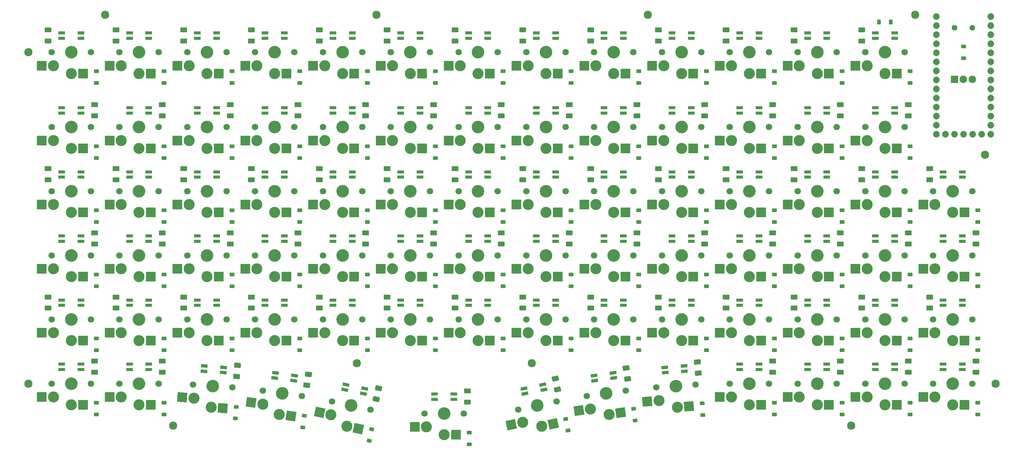
<source format=gbr>
%TF.GenerationSoftware,KiCad,Pcbnew,8.0.7*%
%TF.CreationDate,2025-01-24T18:11:27+01:00*%
%TF.ProjectId,eepyboard_rev3,65657079-626f-4617-9264-5f726576332e,1.2*%
%TF.SameCoordinates,Original*%
%TF.FileFunction,Soldermask,Bot*%
%TF.FilePolarity,Negative*%
%FSLAX46Y46*%
G04 Gerber Fmt 4.6, Leading zero omitted, Abs format (unit mm)*
G04 Created by KiCad (PCBNEW 8.0.7) date 2025-01-24 18:11:27*
%MOMM*%
%LPD*%
G01*
G04 APERTURE LIST*
G04 Aperture macros list*
%AMRoundRect*
0 Rectangle with rounded corners*
0 $1 Rounding radius*
0 $2 $3 $4 $5 $6 $7 $8 $9 X,Y pos of 4 corners*
0 Add a 4 corners polygon primitive as box body*
4,1,4,$2,$3,$4,$5,$6,$7,$8,$9,$2,$3,0*
0 Add four circle primitives for the rounded corners*
1,1,$1+$1,$2,$3*
1,1,$1+$1,$4,$5*
1,1,$1+$1,$6,$7*
1,1,$1+$1,$8,$9*
0 Add four rect primitives between the rounded corners*
20,1,$1+$1,$2,$3,$4,$5,0*
20,1,$1+$1,$4,$5,$6,$7,0*
20,1,$1+$1,$6,$7,$8,$9,0*
20,1,$1+$1,$8,$9,$2,$3,0*%
G04 Aperture macros list end*
%ADD10C,1.801800*%
%ADD11C,3.100000*%
%ADD12C,3.529000*%
%ADD13RoundRect,0.050000X1.300000X1.300000X-1.300000X1.300000X-1.300000X-1.300000X1.300000X-1.300000X0*%
%ADD14RoundRect,0.050000X-0.900000X-0.410000X0.900000X-0.410000X0.900000X0.410000X-0.900000X0.410000X0*%
%ADD15RoundRect,0.230000X-0.720000X-0.230000X0.720000X-0.230000X0.720000X0.230000X-0.720000X0.230000X0*%
%ADD16RoundRect,0.050000X0.900000X0.410000X-0.900000X0.410000X-0.900000X-0.410000X0.900000X-0.410000X0*%
%ADD17RoundRect,0.230000X0.720000X0.230000X-0.720000X0.230000X-0.720000X-0.230000X0.720000X-0.230000X0*%
%ADD18RoundRect,0.050000X1.387517X1.206150X-1.206150X1.387517X-1.387517X-1.206150X1.206150X-1.387517X0*%
%ADD19C,2.300000*%
%ADD20C,1.600000*%
%ADD21RoundRect,0.050000X1.000000X-1.000000X1.000000X1.000000X-1.000000X1.000000X-1.000000X-1.000000X0*%
%ADD22C,2.100000*%
%ADD23RoundRect,0.050000X1.001307X1.541877X-1.541877X1.001307X-1.001307X-1.541877X1.541877X-1.001307X0*%
%ADD24RoundRect,0.050000X1.468274X1.106423X-1.106423X1.468274X-1.468274X-1.106423X1.106423X-1.468274X0*%
%ADD25RoundRect,0.050000X1.106423X1.468274X-1.468274X1.106423X-1.106423X-1.468274X1.468274X-1.106423X0*%
%ADD26C,1.852600*%
%ADD27RoundRect,0.050000X1.541877X1.001307X-1.001307X1.541877X-1.541877X-1.001307X1.001307X-1.541877X0*%
%ADD28RoundRect,0.050000X0.795089X0.588161X-0.965577X0.213920X-0.795089X-0.588161X0.965577X-0.213920X0*%
%ADD29RoundRect,0.230000X0.656447X0.374670X-0.752086X0.075278X-0.656447X-0.374670X0.752086X-0.075278X0*%
%ADD30RoundRect,0.050000X0.948302X0.280754X-0.834180X0.531266X-0.948302X-0.280754X0.834180X-0.531266X0*%
%ADD31RoundRect,0.230000X0.745003X0.127557X-0.680983X0.327966X-0.745003X-0.127557X0.680983X-0.327966X0*%
%ADD32RoundRect,0.050000X0.926408X0.346220X-0.869207X0.471782X-0.926408X-0.346220X0.869207X-0.471782X0*%
%ADD33RoundRect,0.230000X0.734290X0.179215X-0.702202X0.279664X-0.734290X-0.179215X0.702202X-0.279664X0*%
%ADD34RoundRect,0.050000X1.206150X1.387517X-1.387517X1.206150X-1.206150X-1.387517X1.387517X-1.206150X0*%
%ADD35RoundRect,0.050000X0.869207X0.471782X-0.926408X0.346220X-0.869207X-0.471782X0.926408X-0.346220X0*%
%ADD36RoundRect,0.230000X0.702202X0.279664X-0.734290X0.179215X-0.702202X-0.279664X0.734290X-0.179215X0*%
%ADD37RoundRect,0.050000X0.965577X0.213920X-0.795089X0.588161X-0.965577X-0.213920X0.795089X-0.588161X0*%
%ADD38RoundRect,0.230000X0.752086X0.075278X-0.656447X0.374670X-0.752086X-0.075278X0.656447X-0.374670X0*%
%ADD39RoundRect,0.050000X0.834180X0.531266X-0.948302X0.280754X-0.834180X-0.531266X0.948302X-0.280754X0*%
%ADD40RoundRect,0.230000X0.680983X0.327966X-0.745003X0.127557X-0.680983X-0.327966X0.745003X-0.127557X0*%
%ADD41RoundRect,0.268868X-0.681132X0.443632X-0.681132X-0.443632X0.681132X-0.443632X0.681132X0.443632X0*%
%ADD42RoundRect,0.268868X-0.758484X0.292322X-0.574011X-0.575553X0.758484X-0.292322X0.574011X0.575553X0*%
%ADD43RoundRect,0.050000X0.600000X-0.450000X0.600000X0.450000X-0.600000X0.450000X-0.600000X-0.450000X0*%
%ADD44RoundRect,0.268868X0.681132X-0.443632X0.681132X0.443632X-0.681132X0.443632X-0.681132X-0.443632X0*%
%ADD45RoundRect,0.050000X-0.450000X-0.600000X0.450000X-0.600000X0.450000X0.600000X-0.450000X0.600000X0*%
%ADD46RoundRect,0.268868X-0.612762X0.534110X-0.736245X-0.344519X0.612762X-0.534110X0.736245X0.344519X0*%
%ADD47RoundRect,0.050000X0.656789X-0.362117X0.531533X0.529124X-0.656789X0.362117X-0.531533X-0.529124X0*%
%ADD48RoundRect,0.050000X0.531533X-0.529124X0.656789X0.362117X-0.531533X0.529124X-0.656789X-0.362117X0*%
%ADD49RoundRect,0.050000X0.680449X-0.315419X0.493328X0.564913X-0.680449X0.315419X-0.493328X-0.564913X0*%
%ADD50RoundRect,0.268868X-0.710419X0.395038X-0.648527X-0.490065X0.710419X-0.395038X0.648527X0.490065X0*%
%ADD51RoundRect,0.050000X0.567148X-0.490758X0.629929X0.407050X-0.567148X0.490758X-0.629929X-0.407050X0*%
%ADD52RoundRect,0.268868X-0.736245X0.344519X-0.612762X-0.534110X0.736245X-0.344519X0.612762X0.534110X0*%
%ADD53RoundRect,0.268868X-0.574011X0.575553X-0.758484X-0.292322X0.574011X-0.575553X0.758484X0.292322X0*%
%ADD54RoundRect,0.050000X0.493328X-0.564913X0.680449X0.315419X-0.493328X0.564913X-0.680449X-0.315419X0*%
%ADD55RoundRect,0.268868X-0.648527X0.490065X-0.710419X-0.395038X0.648527X-0.490065X0.710419X0.395038X0*%
%ADD56RoundRect,0.050000X0.629929X-0.407050X0.567148X0.490758X-0.629929X0.407050X-0.567148X-0.490758X0*%
G04 APERTURE END LIST*
D10*
%TO.C,S43*%
X271016746Y-175175901D03*
D11*
X265516746Y-181125901D03*
D12*
X265516746Y-175175901D03*
D11*
X260516746Y-178925901D03*
D10*
X260016746Y-175175901D03*
D13*
X268791746Y-181125901D03*
X257241746Y-178925901D03*
%TD*%
D14*
%TO.C,LED18*%
X224816748Y-115725901D03*
X224816748Y-117225901D03*
D15*
X230216748Y-117225901D03*
D14*
X230216748Y-115725901D03*
%TD*%
%TO.C,LED24*%
X281816749Y-115725902D03*
X281816749Y-117225902D03*
D15*
X287216749Y-117225902D03*
D14*
X287216749Y-115725902D03*
%TD*%
%TO.C,LED41*%
X300816751Y-76725901D03*
X300816751Y-78225901D03*
D15*
X306216751Y-78225901D03*
D14*
X306216751Y-76725901D03*
%TD*%
D16*
%TO.C,LED69*%
X287216747Y-99225898D03*
X287216747Y-97725898D03*
D17*
X281816747Y-97725898D03*
D16*
X281816747Y-99225898D03*
%TD*%
D10*
%TO.C,S62*%
X120608016Y-176244171D03*
D11*
X114706363Y-181796016D03*
D12*
X115121414Y-175860510D03*
D11*
X109872007Y-179252593D03*
D10*
X109634812Y-175476849D03*
D18*
X117973385Y-182024469D03*
X106604985Y-179024140D03*
%TD*%
D10*
%TO.C,S73*%
X157016748Y-82175900D03*
D11*
X151516748Y-88125900D03*
D12*
X151516748Y-82175900D03*
D11*
X146516748Y-85925900D03*
D10*
X146016748Y-82175900D03*
D13*
X154791748Y-88125900D03*
X143241748Y-85925900D03*
%TD*%
D16*
%TO.C,LED54*%
X173216748Y-135225900D03*
X173216748Y-133725900D03*
D17*
X167816748Y-133725900D03*
D16*
X167816748Y-135225900D03*
%TD*%
D14*
%TO.C,LED8*%
X129816745Y-115725900D03*
X129816745Y-117225900D03*
D15*
X135216745Y-117225900D03*
D14*
X135216745Y-115725900D03*
%TD*%
%TO.C,LED39*%
X262816746Y-76725901D03*
X262816746Y-78225901D03*
D15*
X268216746Y-78225901D03*
D14*
X268216746Y-76725901D03*
%TD*%
D10*
%TO.C,S4*%
X81016746Y-121175898D03*
D11*
X75516746Y-127125898D03*
D12*
X75516746Y-121175898D03*
D11*
X70516746Y-124925898D03*
D10*
X70016746Y-121175898D03*
D13*
X78791746Y-127125898D03*
X67241746Y-124925898D03*
%TD*%
D19*
%TO.C,_2*%
X161016746Y-71675903D03*
%TD*%
D10*
%TO.C,S41*%
X252016746Y-121175902D03*
D11*
X246516746Y-127125902D03*
D12*
X246516746Y-121175902D03*
D11*
X241516746Y-124925902D03*
D10*
X241016746Y-121175902D03*
D13*
X249791746Y-127125902D03*
X238241746Y-124925902D03*
%TD*%
D14*
%TO.C,LED23*%
X281816748Y-151725898D03*
X281816748Y-153225898D03*
D15*
X287216748Y-153225898D03*
D14*
X287216748Y-151725898D03*
%TD*%
D10*
%TO.C,S72*%
X138016747Y-82175901D03*
D11*
X132516747Y-88125901D03*
D12*
X132516747Y-82175901D03*
D11*
X127516747Y-85925901D03*
D10*
X127016747Y-82175901D03*
D13*
X135791747Y-88125901D03*
X124241747Y-85925901D03*
%TD*%
D14*
%TO.C,LED38*%
X243816748Y-76725899D03*
X243816748Y-78225899D03*
D15*
X249216748Y-78225899D03*
D14*
X249216748Y-76725899D03*
%TD*%
D16*
%TO.C,LED55*%
X173216749Y-99225897D03*
X173216749Y-97725897D03*
D17*
X167816749Y-97725897D03*
D16*
X167816749Y-99225897D03*
%TD*%
%TO.C,LED58*%
X211216749Y-135225898D03*
X211216749Y-133725898D03*
D17*
X205816749Y-133725898D03*
D16*
X205816749Y-135225898D03*
%TD*%
D10*
%TO.C,S6*%
X100016749Y-175175898D03*
D11*
X94516749Y-181125898D03*
D12*
X94516749Y-175175898D03*
D11*
X89516749Y-178925898D03*
D10*
X89016749Y-175175898D03*
D13*
X97791749Y-181125898D03*
X86241749Y-178925898D03*
%TD*%
D19*
%TO.C,_3*%
X237016746Y-71675900D03*
%TD*%
D14*
%TO.C,LED28*%
X319816747Y-115725899D03*
X319816747Y-117225899D03*
D15*
X325216747Y-117225899D03*
D14*
X325216747Y-115725899D03*
%TD*%
D10*
%TO.C,S27*%
X195016746Y-157175901D03*
D11*
X189516746Y-163125901D03*
D12*
X189516746Y-157175901D03*
D11*
X184516746Y-160925901D03*
D10*
X184016746Y-157175901D03*
D13*
X192791746Y-163125901D03*
X181241746Y-160925901D03*
%TD*%
D10*
%TO.C,S49*%
X290016747Y-157175904D03*
D11*
X284516747Y-163125904D03*
D12*
X284516747Y-157175904D03*
D11*
X279516747Y-160925904D03*
D10*
X279016747Y-157175904D03*
D13*
X287791747Y-163125904D03*
X276241747Y-160925904D03*
%TD*%
D10*
%TO.C,S58*%
X328016747Y-175175899D03*
D11*
X322516747Y-181125899D03*
D12*
X322516747Y-175175899D03*
D11*
X317516747Y-178925899D03*
D10*
X317016747Y-175175899D03*
D13*
X325791747Y-181125899D03*
X314241747Y-178925899D03*
%TD*%
D10*
%TO.C,S77*%
X233016749Y-82175899D03*
D11*
X227516749Y-88125899D03*
D12*
X227516749Y-82175899D03*
D11*
X222516749Y-85925899D03*
D10*
X222016749Y-82175899D03*
D13*
X230791749Y-88125899D03*
X219241749Y-85925899D03*
%TD*%
D14*
%TO.C,LED40*%
X281816748Y-76725902D03*
X281816748Y-78225902D03*
D15*
X287216748Y-78225902D03*
D14*
X287216748Y-76725902D03*
%TD*%
D20*
%TO.C,ROT1*%
X322976745Y-75295902D03*
X327976745Y-75295902D03*
D21*
X322976745Y-89795905D03*
D22*
X327976745Y-89795904D03*
X325476746Y-89795902D03*
%TD*%
D10*
%TO.C,S11*%
X119016747Y-157175904D03*
D11*
X113516747Y-163125904D03*
D12*
X113516747Y-157175904D03*
D11*
X108516747Y-160925904D03*
D10*
X108016747Y-157175904D03*
D13*
X116791747Y-163125904D03*
X105241747Y-160925904D03*
%TD*%
D10*
%TO.C,S7*%
X100016748Y-157175903D03*
D11*
X94516748Y-163125903D03*
D12*
X94516748Y-157175903D03*
D11*
X89516748Y-160925903D03*
D10*
X89016748Y-157175903D03*
D13*
X97791748Y-163125903D03*
X86241748Y-160925903D03*
%TD*%
D10*
%TO.C,S18*%
X138016745Y-103175900D03*
D11*
X132516745Y-109125900D03*
D12*
X132516745Y-103175900D03*
D11*
X127516745Y-106925900D03*
D10*
X127016745Y-103175900D03*
D13*
X135791745Y-109125900D03*
X124241745Y-106925900D03*
%TD*%
D10*
%TO.C,S34*%
X214016749Y-103175899D03*
D11*
X208516749Y-109125899D03*
D12*
X208516749Y-103175899D03*
D11*
X203516749Y-106925899D03*
D10*
X203016749Y-103175899D03*
D13*
X211791749Y-109125899D03*
X200241749Y-106925899D03*
%TD*%
D10*
%TO.C,S70*%
X100016743Y-82175900D03*
D11*
X94516743Y-88125900D03*
D12*
X94516743Y-82175900D03*
D11*
X89516743Y-85925900D03*
D10*
X89016743Y-82175900D03*
D13*
X97791743Y-88125900D03*
X86241743Y-85925900D03*
%TD*%
D10*
%TO.C,S35*%
X233016746Y-157175903D03*
D11*
X227516746Y-163125903D03*
D12*
X227516746Y-157175903D03*
D11*
X222516746Y-160925903D03*
D10*
X222016746Y-157175903D03*
D13*
X230791746Y-163125903D03*
X219241746Y-160925903D03*
%TD*%
D10*
%TO.C,S37*%
X233016746Y-121175902D03*
D11*
X227516746Y-127125902D03*
D12*
X227516746Y-121175902D03*
D11*
X222516746Y-124925902D03*
D10*
X222016746Y-121175902D03*
D13*
X230791746Y-127125902D03*
X219241746Y-124925902D03*
%TD*%
D16*
%TO.C,LED66*%
X268216744Y-99225901D03*
X268216744Y-97725901D03*
D17*
X262816744Y-97725901D03*
D16*
X262816744Y-99225901D03*
%TD*%
%TO.C,LED74*%
X325216746Y-135225903D03*
X325216746Y-133725903D03*
D17*
X319816746Y-133725903D03*
D16*
X319816746Y-135225903D03*
%TD*%
D10*
%TO.C,S76*%
X214016750Y-82175900D03*
D11*
X208516750Y-88125900D03*
D12*
X208516750Y-82175900D03*
D11*
X203516750Y-85925900D03*
D10*
X203016750Y-82175900D03*
D13*
X211791750Y-88125900D03*
X200241750Y-85925900D03*
%TD*%
D14*
%TO.C,LED13*%
X186816747Y-151725898D03*
X186816747Y-153225898D03*
D15*
X192216747Y-153225898D03*
D14*
X192216747Y-151725898D03*
%TD*%
%TO.C,LED14*%
X186816746Y-115725901D03*
X186816746Y-117225901D03*
D15*
X192216746Y-117225901D03*
D14*
X192216746Y-115725901D03*
%TD*%
D10*
%TO.C,S15*%
X138016746Y-157175902D03*
D11*
X132516746Y-163125902D03*
D12*
X132516746Y-157175902D03*
D11*
X127516746Y-160925902D03*
D10*
X127016746Y-157175902D03*
D13*
X135791746Y-163125902D03*
X124241746Y-160925902D03*
%TD*%
D19*
%TO.C,_1*%
X85016749Y-71675901D03*
%TD*%
D10*
%TO.C,S44*%
X271016746Y-157175902D03*
D11*
X265516746Y-163125902D03*
D12*
X265516746Y-157175902D03*
D11*
X260516746Y-160925902D03*
D10*
X260016746Y-157175902D03*
D13*
X268791746Y-163125902D03*
X257241746Y-160925902D03*
%TD*%
D14*
%TO.C,LED19*%
X243816747Y-151725902D03*
X243816747Y-153225902D03*
D15*
X249216747Y-153225902D03*
D14*
X249216747Y-151725902D03*
%TD*%
D10*
%TO.C,S52*%
X290016750Y-103175898D03*
D11*
X284516750Y-109125898D03*
D12*
X284516750Y-103175898D03*
D11*
X279516750Y-106925898D03*
D10*
X279016750Y-103175898D03*
D13*
X287791750Y-109125898D03*
X276241750Y-106925898D03*
%TD*%
D14*
%TO.C,LED9*%
X148816746Y-151725900D03*
X148816746Y-153225900D03*
D15*
X154216746Y-153225900D03*
D14*
X154216746Y-151725900D03*
%TD*%
D16*
%TO.C,LED46*%
X97216748Y-135225903D03*
X97216748Y-133725903D03*
D17*
X91816748Y-133725903D03*
D16*
X91816748Y-135225903D03*
%TD*%
%TO.C,LED50*%
X135216747Y-135225902D03*
X135216747Y-133725902D03*
D17*
X129816747Y-133725902D03*
D16*
X129816747Y-135225902D03*
%TD*%
D10*
%TO.C,S68*%
X185516749Y-183567395D03*
D11*
X180016749Y-189517395D03*
D12*
X180016749Y-183567395D03*
D11*
X175016749Y-187317395D03*
D10*
X174516749Y-183567395D03*
D13*
X183291749Y-189517395D03*
X171741749Y-187317395D03*
%TD*%
D16*
%TO.C,LED48*%
X116216746Y-135225901D03*
X116216746Y-133725901D03*
D17*
X110816746Y-133725901D03*
D16*
X110816746Y-135225901D03*
%TD*%
%TO.C,LED62*%
X249216745Y-135225901D03*
X249216745Y-133725901D03*
D17*
X243816745Y-133725901D03*
D16*
X243816745Y-135225901D03*
%TD*%
D10*
%TO.C,S21*%
X157016748Y-121175902D03*
D11*
X151516748Y-127125902D03*
D12*
X151516748Y-121175902D03*
D11*
X146516748Y-124925902D03*
D10*
X146016748Y-121175902D03*
D13*
X154791748Y-127125902D03*
X143241748Y-124925902D03*
%TD*%
D14*
%TO.C,LED21*%
X262816747Y-151725900D03*
X262816747Y-153225900D03*
D15*
X268216747Y-153225900D03*
D14*
X268216747Y-151725900D03*
%TD*%
%TO.C,LED35*%
X186816746Y-76725897D03*
X186816746Y-78225897D03*
D15*
X192216746Y-78225897D03*
D14*
X192216746Y-76725897D03*
%TD*%
D10*
%TO.C,S67*%
X211464140Y-180173877D03*
D11*
X207321403Y-187137369D03*
D12*
X206084328Y-181317391D03*
D11*
X201973259Y-186025003D03*
D10*
X200704516Y-182460905D03*
D23*
X210524836Y-186456458D03*
X198769825Y-186705914D03*
%TD*%
D14*
%TO.C,LED27*%
X319816749Y-151725901D03*
X319816749Y-153225901D03*
D15*
X325216749Y-153225901D03*
D14*
X325216749Y-151725901D03*
%TD*%
D10*
%TO.C,S42*%
X252016746Y-103175898D03*
D11*
X246516746Y-109125898D03*
D12*
X246516746Y-103175898D03*
D11*
X241516746Y-106925898D03*
D10*
X241016746Y-103175898D03*
D13*
X249791746Y-109125898D03*
X238241746Y-106925898D03*
%TD*%
D16*
%TO.C,LED81*%
X182716745Y-179617399D03*
X182716745Y-178117399D03*
D17*
X177316745Y-178117399D03*
D16*
X177316745Y-179617399D03*
%TD*%
%TO.C,LED57*%
X192216747Y-99225902D03*
X192216747Y-97725902D03*
D17*
X186816747Y-97725902D03*
D16*
X186816747Y-99225902D03*
%TD*%
%TO.C,LED67*%
X287216749Y-171225902D03*
X287216749Y-169725902D03*
D17*
X281816749Y-169725902D03*
D16*
X281816749Y-171225902D03*
%TD*%
D10*
%TO.C,S63*%
X140077043Y-178676455D03*
D11*
X133802489Y-183803098D03*
D12*
X134630569Y-177911003D03*
D11*
X129157335Y-180928642D03*
D10*
X129184095Y-177145551D03*
D24*
X137045617Y-184258890D03*
X125914202Y-180472851D03*
%TD*%
D10*
%TO.C,S16*%
X138016751Y-139175903D03*
D11*
X132516751Y-145125903D03*
D12*
X132516751Y-139175903D03*
D11*
X127516751Y-142925903D03*
D10*
X127016751Y-139175903D03*
D13*
X135791751Y-145125903D03*
X124241751Y-142925903D03*
%TD*%
D19*
%TO.C,_8*%
X204516749Y-169425895D03*
%TD*%
D10*
%TO.C,S75*%
X195016751Y-82175897D03*
D11*
X189516751Y-88125897D03*
D12*
X189516751Y-82175897D03*
D11*
X184516751Y-85925897D03*
D10*
X184016751Y-82175897D03*
D13*
X192791751Y-88125897D03*
X181241751Y-85925897D03*
%TD*%
D14*
%TO.C,LED36*%
X205816745Y-76725898D03*
X205816745Y-78225898D03*
D15*
X211216745Y-78225898D03*
D14*
X211216745Y-76725898D03*
%TD*%
D10*
%TO.C,S66*%
X230849400Y-177145555D03*
D11*
X226231006Y-183803102D03*
D12*
X225402926Y-177911007D03*
D11*
X220973485Y-182320378D03*
D10*
X219956452Y-178676459D03*
D25*
X229474134Y-183347310D03*
X217730357Y-182776171D03*
%TD*%
D14*
%TO.C,LED33*%
X148816744Y-76725900D03*
X148816744Y-78225900D03*
D15*
X154216744Y-78225900D03*
D14*
X154216744Y-76725900D03*
%TD*%
D10*
%TO.C,S30*%
X195016745Y-103175901D03*
D11*
X189516745Y-109125901D03*
D12*
X189516745Y-103175901D03*
D11*
X184516745Y-106925901D03*
D10*
X184016745Y-103175901D03*
D13*
X192791745Y-109125901D03*
X181241745Y-106925901D03*
%TD*%
D16*
%TO.C,LED70*%
X306216745Y-171225899D03*
X306216745Y-169725899D03*
D17*
X300816745Y-169725899D03*
D16*
X300816745Y-171225899D03*
%TD*%
D26*
%TO.C,MCU1*%
X333136746Y-72165900D03*
X333136746Y-74705900D03*
X333136746Y-77245900D03*
X333136746Y-79785900D03*
X333136746Y-82325900D03*
X333136746Y-84865900D03*
X333136746Y-87405900D03*
X333136746Y-89945900D03*
X333136746Y-92485900D03*
X333136746Y-95025900D03*
X333136746Y-97565900D03*
X333136746Y-100105900D03*
X333136746Y-102645900D03*
X333136746Y-105185900D03*
X330596746Y-105185900D03*
X328056746Y-105185900D03*
X325516746Y-105185900D03*
X322976746Y-105185900D03*
X320436746Y-105185900D03*
X317896746Y-72165900D03*
X317896746Y-74705900D03*
X317896746Y-77245900D03*
X317896746Y-79785900D03*
X317896746Y-82325900D03*
X317896746Y-84865900D03*
X317896746Y-87405900D03*
X317896746Y-89945900D03*
X317896746Y-92485900D03*
X317896746Y-95025900D03*
X317896746Y-97565900D03*
X317896746Y-100105900D03*
X317896746Y-102645900D03*
X317896746Y-105185900D03*
%TD*%
D14*
%TO.C,LED26*%
X300816751Y-115725899D03*
X300816751Y-117225899D03*
D15*
X306216751Y-117225899D03*
D14*
X306216751Y-115725899D03*
%TD*%
D16*
%TO.C,LED72*%
X306216746Y-99225900D03*
X306216746Y-97725900D03*
D17*
X300816746Y-97725900D03*
D16*
X300816746Y-99225900D03*
%TD*%
D10*
%TO.C,S59*%
X328016745Y-157175902D03*
D11*
X322516745Y-163125902D03*
D12*
X322516745Y-157175902D03*
D11*
X317516745Y-160925902D03*
D10*
X317016745Y-157175902D03*
D13*
X325791745Y-163125902D03*
X314241745Y-160925902D03*
%TD*%
D10*
%TO.C,S14*%
X119016746Y-103175901D03*
D11*
X113516746Y-109125901D03*
D12*
X113516746Y-103175901D03*
D11*
X108516746Y-106925901D03*
D10*
X108016746Y-103175901D03*
D13*
X116791746Y-109125901D03*
X105241746Y-106925901D03*
%TD*%
D16*
%TO.C,LED49*%
X116216749Y-99225898D03*
X116216749Y-97725898D03*
D17*
X110816749Y-97725898D03*
D16*
X110816749Y-99225898D03*
%TD*%
D10*
%TO.C,S12*%
X119016748Y-139175903D03*
D11*
X113516748Y-145125903D03*
D12*
X113516748Y-139175903D03*
D11*
X108516748Y-142925903D03*
D10*
X108016748Y-139175903D03*
D13*
X116791748Y-145125903D03*
X105241748Y-142925903D03*
%TD*%
D14*
%TO.C,LED15*%
X205816746Y-151725901D03*
X205816746Y-153225901D03*
D15*
X211216746Y-153225901D03*
D14*
X211216746Y-151725901D03*
%TD*%
D16*
%TO.C,LED59*%
X211216749Y-99225901D03*
X211216749Y-97725901D03*
D17*
X205816749Y-97725901D03*
D16*
X205816749Y-99225901D03*
%TD*%
D10*
%TO.C,S61*%
X328016748Y-121175896D03*
D11*
X322516748Y-127125896D03*
D12*
X322516748Y-121175896D03*
D11*
X317516748Y-124925896D03*
D10*
X317016748Y-121175896D03*
D13*
X325791748Y-127125896D03*
X314241748Y-124925896D03*
%TD*%
D16*
%TO.C,LED45*%
X97216748Y-171225900D03*
X97216748Y-169725900D03*
D17*
X91816748Y-169725900D03*
D16*
X91816748Y-171225900D03*
%TD*%
D19*
%TO.C,_9*%
X104016746Y-186925900D03*
%TD*%
D10*
%TO.C,S60*%
X328016747Y-139175902D03*
D11*
X322516747Y-145125902D03*
D12*
X322516747Y-139175902D03*
D11*
X317516747Y-142925902D03*
D10*
X317016747Y-139175902D03*
D13*
X325791747Y-145125902D03*
X314241747Y-142925902D03*
%TD*%
D10*
%TO.C,S64*%
X159328981Y-182460906D03*
D11*
X152712094Y-187137370D03*
D12*
X153949169Y-181317392D03*
D11*
X148278762Y-183945887D03*
D10*
X148569357Y-180173878D03*
D27*
X155915528Y-187818281D03*
X145075329Y-183264976D03*
%TD*%
D10*
%TO.C,S53*%
X309016750Y-175175900D03*
D11*
X303516750Y-181125900D03*
D12*
X303516750Y-175175900D03*
D11*
X298516750Y-178925900D03*
D10*
X298016750Y-175175900D03*
D13*
X306791750Y-181125900D03*
X295241750Y-178925900D03*
%TD*%
D14*
%TO.C,LED1*%
X72816745Y-151725902D03*
X72816745Y-153225902D03*
D15*
X78216745Y-153225902D03*
D14*
X78216745Y-151725902D03*
%TD*%
D16*
%TO.C,LED43*%
X78216748Y-135225904D03*
X78216748Y-133725904D03*
D17*
X72816748Y-133725904D03*
D16*
X72816748Y-135225904D03*
%TD*%
D19*
%TO.C,_12*%
X334516744Y-175175900D03*
%TD*%
D10*
%TO.C,S24*%
X176016745Y-139175901D03*
D11*
X170516745Y-145125901D03*
D12*
X170516745Y-139175901D03*
D11*
X165516745Y-142925901D03*
D10*
X165016745Y-139175901D03*
D13*
X173791745Y-145125901D03*
X162241745Y-142925901D03*
%TD*%
D14*
%TO.C,LED17*%
X224816749Y-151725903D03*
X224816749Y-153225903D03*
D15*
X230216749Y-153225903D03*
D14*
X230216749Y-151725903D03*
%TD*%
D16*
%TO.C,LED47*%
X97216747Y-99225899D03*
X97216747Y-97725899D03*
D17*
X91816747Y-97725899D03*
D16*
X91816747Y-99225899D03*
%TD*%
D14*
%TO.C,LED12*%
X167816749Y-115725903D03*
X167816749Y-117225903D03*
D15*
X173216749Y-117225903D03*
D14*
X173216749Y-115725903D03*
%TD*%
D16*
%TO.C,LED65*%
X268216746Y-135225903D03*
X268216746Y-133725903D03*
D17*
X262816746Y-133725903D03*
D16*
X262816746Y-135225903D03*
%TD*%
%TO.C,LED56*%
X192216747Y-135225899D03*
X192216747Y-133725899D03*
D17*
X186816747Y-133725899D03*
D16*
X186816747Y-135225899D03*
%TD*%
D28*
%TO.C,LED80*%
X207904074Y-176892350D03*
X207592207Y-175425129D03*
D29*
X202310210Y-176547852D03*
D28*
X202622077Y-178015073D03*
%TD*%
D14*
%TO.C,LED5*%
X110816747Y-151725900D03*
X110816747Y-153225900D03*
D15*
X116216747Y-153225900D03*
D14*
X116216747Y-151725900D03*
%TD*%
D16*
%TO.C,LED60*%
X230216744Y-135225898D03*
X230216744Y-133725898D03*
D17*
X224816744Y-133725898D03*
D16*
X224816744Y-135225898D03*
%TD*%
D10*
%TO.C,S56*%
X309016747Y-121175898D03*
D11*
X303516747Y-127125898D03*
D12*
X303516747Y-121175898D03*
D11*
X298516747Y-124925898D03*
D10*
X298016747Y-121175898D03*
D13*
X306791747Y-127125898D03*
X295241747Y-124925898D03*
%TD*%
D30*
%TO.C,LED76*%
X137854025Y-174375211D03*
X138062784Y-172889809D03*
D31*
X132715337Y-172138275D03*
D30*
X132506578Y-173623677D03*
%TD*%
D10*
%TO.C,S46*%
X271016745Y-121175898D03*
D11*
X265516745Y-127125898D03*
D12*
X265516745Y-121175898D03*
D11*
X260516745Y-124925898D03*
D10*
X260016745Y-121175898D03*
D13*
X268791745Y-127125898D03*
X257241745Y-124925898D03*
%TD*%
D10*
%TO.C,S80*%
X290016749Y-82175897D03*
D11*
X284516749Y-88125897D03*
D12*
X284516749Y-82175897D03*
D11*
X279516749Y-85925897D03*
D10*
X279016749Y-82175897D03*
D13*
X287791749Y-88125897D03*
X276241749Y-85925897D03*
%TD*%
D32*
%TO.C,LED75*%
X118090376Y-172108473D03*
X118195010Y-170612126D03*
D33*
X112808164Y-170235441D03*
D32*
X112703530Y-171731788D03*
%TD*%
D10*
%TO.C,S36*%
X233016749Y-139175900D03*
D11*
X227516749Y-145125900D03*
D12*
X227516749Y-139175900D03*
D11*
X222516749Y-142925900D03*
D10*
X222016749Y-139175900D03*
D13*
X230791749Y-145125900D03*
X219241749Y-142925900D03*
%TD*%
D10*
%TO.C,S33*%
X214016749Y-121175901D03*
D11*
X208516749Y-127125901D03*
D12*
X208516749Y-121175901D03*
D11*
X203516749Y-124925901D03*
D10*
X203016749Y-121175901D03*
D13*
X211791749Y-127125901D03*
X200241749Y-124925901D03*
%TD*%
D10*
%TO.C,S47*%
X271016748Y-103175897D03*
D11*
X265516748Y-109125897D03*
D12*
X265516748Y-103175897D03*
D11*
X260516748Y-106925897D03*
D10*
X260016748Y-103175897D03*
D13*
X268791748Y-109125897D03*
X257241748Y-106925897D03*
%TD*%
D19*
%TO.C,_10*%
X63516748Y-175175900D03*
%TD*%
D16*
%TO.C,LED64*%
X268216748Y-171225901D03*
X268216748Y-169725901D03*
D17*
X262816748Y-169725901D03*
D16*
X262816748Y-171225901D03*
%TD*%
D14*
%TO.C,LED30*%
X91816746Y-76725902D03*
X91816746Y-78225902D03*
D15*
X97216746Y-78225902D03*
D14*
X97216746Y-76725902D03*
%TD*%
D16*
%TO.C,LED52*%
X154216745Y-135225901D03*
X154216745Y-133725901D03*
D17*
X148816745Y-133725901D03*
D16*
X148816745Y-135225901D03*
%TD*%
D10*
%TO.C,S22*%
X157016746Y-103175900D03*
D11*
X151516746Y-109125900D03*
D12*
X151516746Y-103175900D03*
D11*
X146516746Y-106925900D03*
D10*
X146016746Y-103175900D03*
D13*
X154791746Y-109125900D03*
X143241746Y-106925900D03*
%TD*%
D19*
%TO.C,_6*%
X331516749Y-110925902D03*
%TD*%
D10*
%TO.C,S65*%
X250398681Y-175476852D03*
D11*
X245327130Y-181796019D03*
D12*
X244912079Y-175860513D03*
D11*
X240185846Y-179950161D03*
D10*
X239425477Y-176244174D03*
D34*
X248594152Y-181567567D03*
X236918823Y-180178613D03*
%TD*%
D14*
%TO.C,LED31*%
X110816749Y-76725901D03*
X110816749Y-78225901D03*
D15*
X116216749Y-78225901D03*
D14*
X116216749Y-76725901D03*
%TD*%
D19*
%TO.C,_4*%
X312016748Y-71675899D03*
%TD*%
D10*
%TO.C,S23*%
X176016748Y-157175901D03*
D11*
X170516748Y-163125901D03*
D12*
X170516748Y-157175901D03*
D11*
X165516748Y-160925901D03*
D10*
X165016748Y-157175901D03*
D13*
X173791748Y-163125901D03*
X162241748Y-160925901D03*
%TD*%
D14*
%TO.C,LED7*%
X129816748Y-151725901D03*
X129816748Y-153225901D03*
D15*
X135216748Y-153225901D03*
D14*
X135216748Y-151725901D03*
%TD*%
D10*
%TO.C,S71*%
X119016745Y-82175901D03*
D11*
X113516745Y-88125901D03*
D12*
X113516745Y-82175901D03*
D11*
X108516745Y-85925901D03*
D10*
X108016745Y-82175901D03*
D13*
X116791745Y-88125901D03*
X105241745Y-85925901D03*
%TD*%
D19*
%TO.C,_7*%
X155516747Y-169425897D03*
%TD*%
D10*
%TO.C,S32*%
X214016747Y-139175900D03*
D11*
X208516747Y-145125900D03*
D12*
X208516747Y-139175900D03*
D11*
X203516747Y-142925900D03*
D10*
X203016747Y-139175900D03*
D13*
X211791747Y-145125900D03*
X200241747Y-142925900D03*
%TD*%
D35*
%TO.C,LED78*%
X247329965Y-171731789D03*
X247225331Y-170235442D03*
D36*
X241838485Y-170612127D03*
D35*
X241943119Y-172108474D03*
%TD*%
D10*
%TO.C,S20*%
X157016745Y-139175899D03*
D11*
X151516745Y-145125899D03*
D12*
X151516745Y-139175899D03*
D11*
X146516745Y-142925899D03*
D10*
X146016745Y-139175899D03*
D13*
X154791745Y-145125899D03*
X143241745Y-142925899D03*
%TD*%
D10*
%TO.C,S81*%
X309016746Y-82175902D03*
D11*
X303516746Y-88125902D03*
D12*
X303516746Y-82175902D03*
D11*
X298516746Y-85925902D03*
D10*
X298016746Y-82175902D03*
D13*
X306791746Y-88125902D03*
X295241746Y-85925902D03*
%TD*%
D37*
%TO.C,LED77*%
X157411416Y-178015074D03*
X157723283Y-176547853D03*
D38*
X152441286Y-175425130D03*
D37*
X152129419Y-176892351D03*
%TD*%
D10*
%TO.C,S5*%
X81016749Y-103175900D03*
D11*
X75516749Y-109125900D03*
D12*
X75516749Y-103175900D03*
D11*
X70516749Y-106925900D03*
D10*
X70016749Y-103175900D03*
D13*
X78791749Y-109125900D03*
X67241749Y-106925900D03*
%TD*%
D14*
%TO.C,LED10*%
X148816746Y-115725901D03*
X148816746Y-117225901D03*
D15*
X154216746Y-117225901D03*
D14*
X154216746Y-115725901D03*
%TD*%
%TO.C,LED25*%
X300816748Y-151725899D03*
X300816748Y-153225899D03*
D15*
X306216748Y-153225899D03*
D14*
X306216748Y-151725899D03*
%TD*%
D10*
%TO.C,S28*%
X195016745Y-139175900D03*
D11*
X189516745Y-145125900D03*
D12*
X189516745Y-139175900D03*
D11*
X184516745Y-142925900D03*
D10*
X184016745Y-139175900D03*
D13*
X192791745Y-145125900D03*
X181241745Y-142925900D03*
%TD*%
D16*
%TO.C,LED53*%
X154216747Y-99225902D03*
X154216747Y-97725902D03*
D17*
X148816747Y-97725902D03*
D16*
X148816747Y-99225902D03*
%TD*%
D10*
%TO.C,S26*%
X176016749Y-103175897D03*
D11*
X170516749Y-109125897D03*
D12*
X170516749Y-103175897D03*
D11*
X165516749Y-106925897D03*
D10*
X165016749Y-103175897D03*
D13*
X173791749Y-109125897D03*
X162241749Y-106925897D03*
%TD*%
D14*
%TO.C,LED6*%
X110816750Y-115725898D03*
X110816750Y-117225898D03*
D15*
X116216750Y-117225898D03*
D14*
X116216750Y-115725898D03*
%TD*%
D16*
%TO.C,LED73*%
X325216746Y-171225898D03*
X325216746Y-169725898D03*
D17*
X319816746Y-169725898D03*
D16*
X319816746Y-171225898D03*
%TD*%
D14*
%TO.C,LED2*%
X72816746Y-115725898D03*
X72816746Y-117225898D03*
D15*
X78216746Y-117225898D03*
D14*
X78216746Y-115725898D03*
%TD*%
D10*
%TO.C,S25*%
X176016747Y-121175902D03*
D11*
X170516747Y-127125902D03*
D12*
X170516747Y-121175902D03*
D11*
X165516747Y-124925902D03*
D10*
X165016747Y-121175902D03*
D13*
X173791747Y-127125902D03*
X162241747Y-124925902D03*
%TD*%
D10*
%TO.C,S45*%
X271016750Y-139175900D03*
D11*
X265516750Y-145125900D03*
D12*
X265516750Y-139175900D03*
D11*
X260516750Y-142925900D03*
D10*
X260016750Y-139175900D03*
D13*
X268791750Y-145125900D03*
X257241750Y-142925900D03*
%TD*%
D16*
%TO.C,LED68*%
X287216748Y-135225902D03*
X287216748Y-133725902D03*
D17*
X281816748Y-133725902D03*
D16*
X281816748Y-135225902D03*
%TD*%
D10*
%TO.C,S9*%
X100016748Y-121175899D03*
D11*
X94516748Y-127125899D03*
D12*
X94516748Y-121175899D03*
D11*
X89516748Y-124925899D03*
D10*
X89016748Y-121175899D03*
D13*
X97791748Y-127125899D03*
X86241748Y-124925899D03*
%TD*%
D10*
%TO.C,S38*%
X233016747Y-103175902D03*
D11*
X227516747Y-109125902D03*
D12*
X227516747Y-103175902D03*
D11*
X222516747Y-106925902D03*
D10*
X222016747Y-103175902D03*
D13*
X230791747Y-109125902D03*
X219241747Y-106925902D03*
%TD*%
D14*
%TO.C,LED34*%
X167816747Y-76725897D03*
X167816747Y-78225897D03*
D15*
X173216747Y-78225897D03*
D14*
X173216747Y-76725897D03*
%TD*%
%TO.C,LED20*%
X243816751Y-115725901D03*
X243816751Y-117225901D03*
D15*
X249216751Y-117225901D03*
D14*
X249216751Y-115725901D03*
%TD*%
D10*
%TO.C,S8*%
X100016746Y-139175901D03*
D11*
X94516746Y-145125901D03*
D12*
X94516746Y-139175901D03*
D11*
X89516746Y-142925901D03*
D10*
X89016746Y-139175901D03*
D13*
X97791746Y-145125901D03*
X86241746Y-142925901D03*
%TD*%
D10*
%TO.C,S39*%
X252016747Y-157175900D03*
D11*
X246516747Y-163125900D03*
D12*
X246516747Y-157175900D03*
D11*
X241516747Y-160925900D03*
D10*
X241016747Y-157175900D03*
D13*
X249791747Y-163125900D03*
X238241747Y-160925900D03*
%TD*%
D10*
%TO.C,S40*%
X252016751Y-139175899D03*
D11*
X246516751Y-145125899D03*
D12*
X246516751Y-139175899D03*
D11*
X241516751Y-142925899D03*
D10*
X241016751Y-139175899D03*
D13*
X249791751Y-145125899D03*
X238241751Y-142925899D03*
%TD*%
D10*
%TO.C,S54*%
X309016744Y-157175903D03*
D11*
X303516744Y-163125903D03*
D12*
X303516744Y-157175903D03*
D11*
X298516744Y-160925903D03*
D10*
X298016744Y-157175903D03*
D13*
X306791744Y-163125903D03*
X295241744Y-160925903D03*
%TD*%
D16*
%TO.C,LED51*%
X135216748Y-99225900D03*
X135216748Y-97725900D03*
D17*
X129816748Y-97725900D03*
D16*
X129816748Y-99225900D03*
%TD*%
D14*
%TO.C,LED29*%
X72816750Y-76725900D03*
X72816750Y-78225900D03*
D15*
X78216750Y-78225900D03*
D14*
X78216750Y-76725900D03*
%TD*%
%TO.C,LED22*%
X262816753Y-115725900D03*
X262816753Y-117225900D03*
D15*
X268216753Y-117225900D03*
D14*
X268216753Y-115725900D03*
%TD*%
D16*
%TO.C,LED61*%
X230216747Y-99225899D03*
X230216747Y-97725899D03*
D17*
X224816747Y-97725899D03*
D16*
X224816747Y-99225899D03*
%TD*%
D10*
%TO.C,S17*%
X138016746Y-121175902D03*
D11*
X132516746Y-127125902D03*
D12*
X132516746Y-121175902D03*
D11*
X127516746Y-124925902D03*
D10*
X127016746Y-121175902D03*
D13*
X135791746Y-127125902D03*
X124241746Y-124925902D03*
%TD*%
D10*
%TO.C,S19*%
X157016747Y-157175903D03*
D11*
X151516747Y-163125903D03*
D12*
X151516747Y-157175903D03*
D11*
X146516747Y-160925903D03*
D10*
X146016747Y-157175903D03*
D13*
X154791747Y-163125903D03*
X143241747Y-160925903D03*
%TD*%
D16*
%TO.C,LED44*%
X78216747Y-99225900D03*
X78216747Y-97725900D03*
D17*
X72816747Y-97725900D03*
D16*
X72816747Y-99225900D03*
%TD*%
D14*
%TO.C,LED32*%
X129816749Y-76725901D03*
X129816749Y-78225901D03*
D15*
X135216749Y-78225901D03*
D14*
X135216749Y-76725901D03*
%TD*%
D10*
%TO.C,S2*%
X81016749Y-157175901D03*
D11*
X75516749Y-163125901D03*
D12*
X75516749Y-157175901D03*
D11*
X70516749Y-160925901D03*
D10*
X70016749Y-157175901D03*
D13*
X78791749Y-163125901D03*
X67241749Y-160925901D03*
%TD*%
D10*
%TO.C,S48*%
X290016748Y-175175899D03*
D11*
X284516748Y-181125899D03*
D12*
X284516748Y-175175899D03*
D11*
X279516748Y-178925899D03*
D10*
X279016748Y-175175899D03*
D13*
X287791748Y-181125899D03*
X276241748Y-178925899D03*
%TD*%
D10*
%TO.C,S79*%
X271016749Y-82175898D03*
D11*
X265516749Y-88125898D03*
D12*
X265516749Y-82175898D03*
D11*
X260516749Y-85925898D03*
D10*
X260016749Y-82175898D03*
D13*
X268791749Y-88125898D03*
X257241749Y-85925898D03*
%TD*%
D16*
%TO.C,LED63*%
X249216745Y-99225900D03*
X249216745Y-97725900D03*
D17*
X243816745Y-97725900D03*
D16*
X243816745Y-99225900D03*
%TD*%
D14*
%TO.C,LED37*%
X224816747Y-76725899D03*
X224816747Y-78225899D03*
D15*
X230216747Y-78225899D03*
D14*
X230216747Y-76725899D03*
%TD*%
D10*
%TO.C,S50*%
X290016751Y-139175900D03*
D11*
X284516751Y-145125900D03*
D12*
X284516751Y-139175900D03*
D11*
X279516751Y-142925900D03*
D10*
X279016751Y-139175900D03*
D13*
X287791751Y-145125900D03*
X276241751Y-142925900D03*
%TD*%
D10*
%TO.C,S3*%
X81016749Y-139175902D03*
D11*
X75516749Y-145125902D03*
D12*
X75516749Y-139175902D03*
D11*
X70516749Y-142925902D03*
D10*
X70016749Y-139175902D03*
D13*
X78791749Y-145125902D03*
X67241749Y-142925902D03*
%TD*%
D19*
%TO.C,_11*%
X294016748Y-186925902D03*
%TD*%
D10*
%TO.C,S74*%
X176016748Y-82175897D03*
D11*
X170516748Y-88125897D03*
D12*
X170516748Y-82175897D03*
D11*
X165516748Y-85925897D03*
D10*
X165016748Y-82175897D03*
D13*
X173791748Y-88125897D03*
X162241748Y-85925897D03*
%TD*%
D16*
%TO.C,LED71*%
X306216747Y-135225904D03*
X306216747Y-133725904D03*
D17*
X300816747Y-133725904D03*
D16*
X300816747Y-135225904D03*
%TD*%
D19*
%TO.C,_5*%
X63516749Y-82175900D03*
%TD*%
D14*
%TO.C,LED16*%
X205816749Y-115725902D03*
X205816749Y-117225902D03*
D15*
X211216749Y-117225902D03*
D14*
X211216749Y-115725902D03*
%TD*%
%TO.C,LED3*%
X91816745Y-151725901D03*
X91816745Y-153225901D03*
D15*
X97216745Y-153225901D03*
D14*
X97216745Y-151725901D03*
%TD*%
D39*
%TO.C,LED79*%
X227526918Y-173623678D03*
X227318159Y-172138276D03*
D40*
X221970712Y-172889810D03*
D39*
X222179471Y-174375212D03*
%TD*%
D10*
%TO.C,S69*%
X81016746Y-82175902D03*
D11*
X75516746Y-88125902D03*
D12*
X75516746Y-82175902D03*
D11*
X70516746Y-85925902D03*
D10*
X70016746Y-82175902D03*
D13*
X78791746Y-88125902D03*
X67241746Y-85925902D03*
%TD*%
D10*
%TO.C,S31*%
X214016747Y-157175900D03*
D11*
X208516747Y-163125900D03*
D12*
X208516747Y-157175900D03*
D11*
X203516747Y-160925900D03*
D10*
X203016747Y-157175900D03*
D13*
X211791747Y-163125900D03*
X200241747Y-160925900D03*
%TD*%
D10*
%TO.C,S57*%
X309016748Y-103175899D03*
D11*
X303516748Y-109125899D03*
D12*
X303516748Y-103175899D03*
D11*
X298516748Y-106925899D03*
D10*
X298016748Y-103175899D03*
D13*
X306791748Y-109125899D03*
X295241748Y-106925899D03*
%TD*%
D10*
%TO.C,S10*%
X100016748Y-103175899D03*
D11*
X94516748Y-109125899D03*
D12*
X94516748Y-103175899D03*
D11*
X89516748Y-106925899D03*
D10*
X89016748Y-103175899D03*
D13*
X97791748Y-109125899D03*
X86241748Y-106925899D03*
%TD*%
D10*
%TO.C,S78*%
X252016751Y-82175900D03*
D11*
X246516751Y-88125900D03*
D12*
X246516751Y-82175900D03*
D11*
X241516751Y-85925900D03*
D10*
X241016751Y-82175900D03*
D13*
X249791751Y-88125900D03*
X238241751Y-85925900D03*
%TD*%
D14*
%TO.C,LED4*%
X91816748Y-115725899D03*
X91816748Y-117225899D03*
D15*
X97216748Y-117225899D03*
D14*
X97216748Y-115725899D03*
%TD*%
D10*
%TO.C,S51*%
X290016744Y-121175898D03*
D11*
X284516744Y-127125898D03*
D12*
X284516744Y-121175898D03*
D11*
X279516744Y-124925898D03*
D10*
X279016744Y-121175898D03*
D13*
X287791744Y-127125898D03*
X276241744Y-124925898D03*
%TD*%
D16*
%TO.C,LED42*%
X78216747Y-171225899D03*
X78216747Y-169725899D03*
D17*
X72816747Y-169725899D03*
D16*
X72816747Y-171225899D03*
%TD*%
D10*
%TO.C,S13*%
X119016747Y-121175901D03*
D11*
X113516747Y-127125901D03*
D12*
X113516747Y-121175901D03*
D11*
X108516747Y-124925901D03*
D10*
X108016747Y-121175901D03*
D13*
X116791747Y-127125901D03*
X105241747Y-124925901D03*
%TD*%
D10*
%TO.C,S1*%
X81016744Y-175175901D03*
D11*
X75516744Y-181125901D03*
D12*
X75516744Y-175175901D03*
D11*
X70516744Y-178925901D03*
D10*
X70016744Y-175175901D03*
D13*
X78791744Y-181125901D03*
X67241744Y-178925901D03*
%TD*%
D14*
%TO.C,LED11*%
X167816753Y-151725900D03*
X167816753Y-153225900D03*
D15*
X173216753Y-153225900D03*
D14*
X173216753Y-151725900D03*
%TD*%
D41*
%TO.C,C58*%
X215016745Y-132863401D03*
X215016745Y-135988401D03*
%TD*%
%TO.C,C72*%
X310016746Y-96863403D03*
X310016746Y-99988403D03*
%TD*%
D42*
%TO.C,C80*%
X211129848Y-173791409D03*
X211779568Y-176848121D03*
%TD*%
D43*
%TO.C,D20*%
X158516747Y-147825901D03*
X158516747Y-144525901D03*
%TD*%
%TO.C,D15*%
X139516749Y-165825899D03*
X139516749Y-162525899D03*
%TD*%
D44*
%TO.C,C18*%
X221016747Y-117988402D03*
X221016747Y-114863402D03*
%TD*%
D41*
%TO.C,C71*%
X310016746Y-132863402D03*
X310016746Y-135988402D03*
%TD*%
D43*
%TO.C,D46*%
X272516749Y-129825901D03*
X272516749Y-126525901D03*
%TD*%
D41*
%TO.C,C51*%
X139016745Y-96863402D03*
X139016745Y-99988402D03*
%TD*%
D43*
%TO.C,D70*%
X101516746Y-90825901D03*
X101516746Y-87525901D03*
%TD*%
%TO.C,D29*%
X196516748Y-129825900D03*
X196516748Y-126525900D03*
%TD*%
D44*
%TO.C,C41*%
X297016745Y-78988400D03*
X297016745Y-75863400D03*
%TD*%
D43*
%TO.C,D34*%
X215516747Y-111825900D03*
X215516747Y-108525900D03*
%TD*%
%TO.C,D30*%
X196516747Y-111825899D03*
X196516747Y-108525899D03*
%TD*%
D41*
%TO.C,C57*%
X196016749Y-96863398D03*
X196016749Y-99988398D03*
%TD*%
D43*
%TO.C,D78*%
X253516751Y-90825902D03*
X253516751Y-87525902D03*
%TD*%
%TO.C,D50*%
X291516749Y-147825899D03*
X291516749Y-144525899D03*
%TD*%
D44*
%TO.C,C37*%
X221016750Y-78988402D03*
X221016750Y-75863402D03*
%TD*%
%TO.C,C13*%
X183016748Y-153988398D03*
X183016748Y-150863398D03*
%TD*%
D43*
%TO.C,D73*%
X158516748Y-90825902D03*
X158516748Y-87525902D03*
%TD*%
D41*
%TO.C,C55*%
X177016748Y-96863402D03*
X177016748Y-99988402D03*
%TD*%
D44*
%TO.C,C40*%
X278016745Y-78988400D03*
X278016745Y-75863400D03*
%TD*%
D41*
%TO.C,C70*%
X310016750Y-168863400D03*
X310016750Y-171988400D03*
%TD*%
D43*
%TO.C,D75*%
X196516750Y-90825903D03*
X196516750Y-87525903D03*
%TD*%
%TO.C,D10*%
X101516748Y-111825901D03*
X101516748Y-108525901D03*
%TD*%
D45*
%TO.C,D83*%
X301866747Y-73667577D03*
X305166747Y-73667577D03*
%TD*%
D43*
%TO.C,D6*%
X101516746Y-183825901D03*
X101516746Y-180525901D03*
%TD*%
D41*
%TO.C,C52*%
X158016744Y-132863401D03*
X158016744Y-135988401D03*
%TD*%
D44*
%TO.C,C26*%
X297016747Y-117988397D03*
X297016747Y-114863397D03*
%TD*%
%TO.C,C6*%
X107016747Y-117988401D03*
X107016747Y-114863401D03*
%TD*%
%TO.C,C28*%
X316016745Y-117988399D03*
X316016745Y-114863399D03*
%TD*%
D43*
%TO.C,D21*%
X158516743Y-129825900D03*
X158516743Y-126525900D03*
%TD*%
D41*
%TO.C,C66*%
X272016747Y-96863402D03*
X272016747Y-99988402D03*
%TD*%
D43*
%TO.C,D3*%
X82516747Y-147825898D03*
X82516747Y-144525898D03*
%TD*%
%TO.C,D36*%
X234516750Y-147825902D03*
X234516750Y-144525902D03*
%TD*%
%TO.C,D45*%
X272516747Y-147825899D03*
X272516747Y-144525899D03*
%TD*%
%TO.C,D35*%
X234516746Y-165825898D03*
X234516746Y-162525898D03*
%TD*%
%TO.C,D48*%
X291516750Y-183825901D03*
X291516750Y-180525901D03*
%TD*%
D46*
%TO.C,C76*%
X141945840Y-172564561D03*
X141510926Y-175659149D03*
%TD*%
D43*
%TO.C,D38*%
X234516744Y-111825898D03*
X234516744Y-108525898D03*
%TD*%
%TO.C,D13*%
X120516748Y-129825901D03*
X120516748Y-126525901D03*
%TD*%
D47*
%TO.C,D66*%
X233538651Y-185502611D03*
X233079379Y-182234727D03*
%TD*%
D43*
%TO.C,D43*%
X272516747Y-183825901D03*
X272516747Y-180525901D03*
%TD*%
D44*
%TO.C,C21*%
X259016746Y-153988402D03*
X259016746Y-150863402D03*
%TD*%
D43*
%TO.C,D11*%
X120516745Y-165825897D03*
X120516745Y-162525897D03*
%TD*%
%TO.C,D32*%
X215516750Y-147825905D03*
X215516750Y-144525905D03*
%TD*%
D44*
%TO.C,C14*%
X183016746Y-117988404D03*
X183016746Y-114863404D03*
%TD*%
D43*
%TO.C,D71*%
X120516743Y-90825901D03*
X120516743Y-87525901D03*
%TD*%
D41*
%TO.C,C49*%
X120016747Y-96863402D03*
X120016747Y-99988402D03*
%TD*%
D44*
%TO.C,C25*%
X297016748Y-153988403D03*
X297016748Y-150863403D03*
%TD*%
D41*
%TO.C,C62*%
X253016747Y-132863403D03*
X253016747Y-135988403D03*
%TD*%
D44*
%TO.C,C35*%
X183016749Y-78988400D03*
X183016749Y-75863400D03*
%TD*%
D48*
%TO.C,D63*%
X140358598Y-187451035D03*
X140817870Y-184183151D03*
%TD*%
D43*
%TO.C,D72*%
X139516746Y-90825901D03*
X139516746Y-87525901D03*
%TD*%
%TO.C,D53*%
X310516743Y-183825902D03*
X310516743Y-180525902D03*
%TD*%
%TO.C,D27*%
X196516746Y-165825902D03*
X196516746Y-162525902D03*
%TD*%
D44*
%TO.C,C39*%
X259016748Y-78988400D03*
X259016748Y-75863400D03*
%TD*%
D43*
%TO.C,D42*%
X253516748Y-111825901D03*
X253516748Y-108525901D03*
%TD*%
%TO.C,D41*%
X253516746Y-129825903D03*
X253516746Y-126525903D03*
%TD*%
%TO.C,D4*%
X82516751Y-129825902D03*
X82516751Y-126525902D03*
%TD*%
%TO.C,D52*%
X291516751Y-111825901D03*
X291516751Y-108525901D03*
%TD*%
D44*
%TO.C,C34*%
X164016746Y-78988400D03*
X164016746Y-75863400D03*
%TD*%
D41*
%TO.C,C68*%
X291016749Y-132863402D03*
X291016749Y-135988402D03*
%TD*%
%TO.C,C61*%
X234016747Y-96863400D03*
X234016747Y-99988400D03*
%TD*%
D49*
%TO.C,D67*%
X214729799Y-188322991D03*
X214043691Y-185095103D03*
%TD*%
D44*
%TO.C,C4*%
X88016749Y-117988398D03*
X88016749Y-114863398D03*
%TD*%
D41*
%TO.C,C47*%
X101016750Y-96863404D03*
X101016750Y-99988404D03*
%TD*%
D43*
%TO.C,D82*%
X325516745Y-83825902D03*
X325516745Y-80525902D03*
%TD*%
D41*
%TO.C,C65*%
X272016745Y-132863400D03*
X272016745Y-135988400D03*
%TD*%
D44*
%TO.C,C19*%
X240016747Y-153988402D03*
X240016747Y-150863402D03*
%TD*%
D43*
%TO.C,D9*%
X101516749Y-129825902D03*
X101516749Y-126525902D03*
%TD*%
%TO.C,D49*%
X291516744Y-165825901D03*
X291516744Y-162525901D03*
%TD*%
D41*
%TO.C,C42*%
X82016749Y-168863398D03*
X82016749Y-171988398D03*
%TD*%
%TO.C,C54*%
X177016744Y-132863403D03*
X177016744Y-135988403D03*
%TD*%
D50*
%TO.C,C78*%
X250955906Y-169109971D03*
X251173894Y-172227359D03*
%TD*%
D43*
%TO.C,D56*%
X310516744Y-129825902D03*
X310516744Y-126525902D03*
%TD*%
D44*
%TO.C,C23*%
X278016747Y-153988401D03*
X278016747Y-150863401D03*
%TD*%
%TO.C,C27*%
X316016748Y-153988401D03*
X316016748Y-150863401D03*
%TD*%
D43*
%TO.C,D40*%
X253516749Y-147825902D03*
X253516749Y-144525902D03*
%TD*%
D44*
%TO.C,C3*%
X88016744Y-153988402D03*
X88016744Y-150863402D03*
%TD*%
D43*
%TO.C,D14*%
X120516748Y-111825900D03*
X120516748Y-108525900D03*
%TD*%
%TO.C,D74*%
X177516749Y-90825904D03*
X177516749Y-87525904D03*
%TD*%
%TO.C,D59*%
X329516748Y-165825901D03*
X329516748Y-162525901D03*
%TD*%
D44*
%TO.C,C8*%
X126016746Y-117988403D03*
X126016746Y-114863403D03*
%TD*%
D43*
%TO.C,D60*%
X329516749Y-147825900D03*
X329516749Y-144525900D03*
%TD*%
%TO.C,D68*%
X187016747Y-192217394D03*
X187016747Y-188917394D03*
%TD*%
%TO.C,D69*%
X82516750Y-90825899D03*
X82516750Y-87525899D03*
%TD*%
D51*
%TO.C,D62*%
X121500972Y-184977738D03*
X121731168Y-181685776D03*
%TD*%
D44*
%TO.C,C31*%
X107016747Y-78988401D03*
X107016747Y-75863401D03*
%TD*%
D52*
%TO.C,C79*%
X230961142Y-170755311D03*
X231396058Y-173849899D03*
%TD*%
D41*
%TO.C,C59*%
X215016752Y-96863399D03*
X215016752Y-99988399D03*
%TD*%
D43*
%TO.C,D47*%
X272516747Y-111825899D03*
X272516747Y-108525899D03*
%TD*%
%TO.C,D18*%
X139516748Y-111825900D03*
X139516748Y-108525900D03*
%TD*%
D53*
%TO.C,C77*%
X161619565Y-176494259D03*
X160969845Y-179550971D03*
%TD*%
D43*
%TO.C,D39*%
X253516746Y-165825902D03*
X253516746Y-162525902D03*
%TD*%
%TO.C,D8*%
X101516747Y-147825899D03*
X101516747Y-144525899D03*
%TD*%
D44*
%TO.C,C5*%
X107016746Y-153988403D03*
X107016746Y-150863403D03*
%TD*%
%TO.C,C9*%
X145016748Y-153988400D03*
X145016748Y-150863400D03*
%TD*%
D43*
%TO.C,D26*%
X177516745Y-111825899D03*
X177516745Y-108525899D03*
%TD*%
D44*
%TO.C,C11*%
X164016750Y-153988399D03*
X164016750Y-150863399D03*
%TD*%
D43*
%TO.C,D61*%
X329516746Y-129825902D03*
X329516746Y-126525902D03*
%TD*%
D44*
%TO.C,C33*%
X145016744Y-78988399D03*
X145016744Y-75863399D03*
%TD*%
D41*
%TO.C,C67*%
X291016748Y-168863398D03*
X291016748Y-171988398D03*
%TD*%
%TO.C,C46*%
X101016749Y-132863401D03*
X101016749Y-135988401D03*
%TD*%
D43*
%TO.C,D57*%
X310516750Y-111825902D03*
X310516750Y-108525902D03*
%TD*%
D41*
%TO.C,C60*%
X234016749Y-132863402D03*
X234016749Y-135988402D03*
%TD*%
D43*
%TO.C,D33*%
X215516746Y-129825900D03*
X215516746Y-126525900D03*
%TD*%
%TO.C,D2*%
X82516746Y-165825900D03*
X82516746Y-162525900D03*
%TD*%
D54*
%TO.C,D64*%
X158997767Y-191233752D03*
X159683875Y-188005864D03*
%TD*%
D43*
%TO.C,D28*%
X196516747Y-147825902D03*
X196516747Y-144525902D03*
%TD*%
D44*
%TO.C,C15*%
X202016746Y-153988401D03*
X202016746Y-150863401D03*
%TD*%
D43*
%TO.C,D25*%
X177516748Y-129825898D03*
X177516748Y-126525898D03*
%TD*%
D44*
%TO.C,C20*%
X240016748Y-117988401D03*
X240016748Y-114863401D03*
%TD*%
%TO.C,C12*%
X164016748Y-117988404D03*
X164016748Y-114863404D03*
%TD*%
%TO.C,C10*%
X145016747Y-117988404D03*
X145016747Y-114863404D03*
%TD*%
D43*
%TO.C,D22*%
X158516750Y-111825899D03*
X158516750Y-108525899D03*
%TD*%
D41*
%TO.C,C45*%
X101016753Y-168863399D03*
X101016753Y-171988399D03*
%TD*%
D43*
%TO.C,D19*%
X158516747Y-165825900D03*
X158516747Y-162525900D03*
%TD*%
D44*
%TO.C,C7*%
X126016746Y-153988398D03*
X126016746Y-150863398D03*
%TD*%
%TO.C,C22*%
X259016749Y-117988401D03*
X259016749Y-114863401D03*
%TD*%
D41*
%TO.C,C53*%
X158016750Y-96863403D03*
X158016750Y-99988403D03*
%TD*%
%TO.C,C63*%
X253016746Y-96863402D03*
X253016746Y-99988402D03*
%TD*%
D44*
%TO.C,C1*%
X69016746Y-153988403D03*
X69016746Y-150863403D03*
%TD*%
D55*
%TO.C,C75*%
X122045918Y-170016805D03*
X121827930Y-173134193D03*
%TD*%
D41*
%TO.C,C44*%
X82016747Y-96863403D03*
X82016747Y-99988403D03*
%TD*%
%TO.C,C43*%
X82016749Y-132863399D03*
X82016749Y-135988399D03*
%TD*%
D43*
%TO.C,D24*%
X177516750Y-147825902D03*
X177516750Y-144525902D03*
%TD*%
%TO.C,D58*%
X329516745Y-183825897D03*
X329516745Y-180525897D03*
%TD*%
%TO.C,D44*%
X272516745Y-165825903D03*
X272516745Y-162525903D03*
%TD*%
%TO.C,D55*%
X310516752Y-147825900D03*
X310516752Y-144525900D03*
%TD*%
D44*
%TO.C,C30*%
X88016748Y-78988401D03*
X88016748Y-75863401D03*
%TD*%
%TO.C,C17*%
X221016746Y-153988402D03*
X221016746Y-150863402D03*
%TD*%
%TO.C,C2*%
X69016748Y-117988399D03*
X69016748Y-114863399D03*
%TD*%
D41*
%TO.C,C81*%
X186516748Y-177254896D03*
X186516748Y-180379896D03*
%TD*%
D44*
%TO.C,C24*%
X278016746Y-117988398D03*
X278016746Y-114863398D03*
%TD*%
D43*
%TO.C,D17*%
X139516748Y-129825901D03*
X139516748Y-126525901D03*
%TD*%
%TO.C,D7*%
X101516748Y-165825902D03*
X101516748Y-162525902D03*
%TD*%
%TO.C,D79*%
X272516752Y-90825902D03*
X272516752Y-87525902D03*
%TD*%
%TO.C,D77*%
X234516749Y-90825901D03*
X234516749Y-87525901D03*
%TD*%
D41*
%TO.C,C69*%
X291016744Y-96863402D03*
X291016744Y-99988402D03*
%TD*%
D43*
%TO.C,D51*%
X291516750Y-129825903D03*
X291516750Y-126525903D03*
%TD*%
D41*
%TO.C,C50*%
X139016749Y-132863402D03*
X139016749Y-135988402D03*
%TD*%
D43*
%TO.C,D54*%
X310516748Y-165825904D03*
X310516748Y-162525904D03*
%TD*%
D44*
%TO.C,C38*%
X240016749Y-78988397D03*
X240016749Y-75863397D03*
%TD*%
%TO.C,C16*%
X202016745Y-117988401D03*
X202016745Y-114863401D03*
%TD*%
D43*
%TO.C,D12*%
X120516745Y-147825902D03*
X120516745Y-144525902D03*
%TD*%
D41*
%TO.C,C74*%
X329016747Y-132863403D03*
X329016747Y-135988403D03*
%TD*%
%TO.C,C48*%
X120016750Y-132863402D03*
X120016750Y-135988402D03*
%TD*%
D44*
%TO.C,C29*%
X69016748Y-78988400D03*
X69016748Y-75863400D03*
%TD*%
D43*
%TO.C,D31*%
X215516748Y-165825901D03*
X215516748Y-162525901D03*
%TD*%
D56*
%TO.C,D65*%
X252498421Y-184001145D03*
X252268225Y-180709183D03*
%TD*%
D43*
%TO.C,D23*%
X177516746Y-165825902D03*
X177516746Y-162525902D03*
%TD*%
%TO.C,D81*%
X310516746Y-90825898D03*
X310516746Y-87525898D03*
%TD*%
D44*
%TO.C,C36*%
X202016748Y-78988403D03*
X202016748Y-75863403D03*
%TD*%
D41*
%TO.C,C73*%
X329016745Y-168863399D03*
X329016745Y-171988399D03*
%TD*%
D43*
%TO.C,D76*%
X215516752Y-90825901D03*
X215516752Y-87525901D03*
%TD*%
%TO.C,D16*%
X139516746Y-147825901D03*
X139516746Y-144525901D03*
%TD*%
D41*
%TO.C,C56*%
X196016746Y-132863404D03*
X196016746Y-135988404D03*
%TD*%
D43*
%TO.C,D37*%
X234516747Y-129825902D03*
X234516747Y-126525902D03*
%TD*%
%TO.C,D5*%
X82516745Y-111825901D03*
X82516745Y-108525901D03*
%TD*%
%TO.C,D1*%
X82516748Y-183825900D03*
X82516748Y-180525900D03*
%TD*%
%TO.C,D80*%
X291516746Y-90825897D03*
X291516746Y-87525897D03*
%TD*%
D41*
%TO.C,C64*%
X272016749Y-168863402D03*
X272016749Y-171988402D03*
%TD*%
D44*
%TO.C,C32*%
X126016747Y-78988401D03*
X126016747Y-75863401D03*
%TD*%
D10*
%TO.C,S29*%
X195016747Y-121175903D03*
D11*
X189516747Y-127125903D03*
D12*
X189516747Y-121175903D03*
D11*
X184516747Y-124925903D03*
D10*
X184016747Y-121175903D03*
D13*
X192791747Y-127125903D03*
X181241747Y-124925903D03*
%TD*%
D10*
%TO.C,S55*%
X309016753Y-139175901D03*
D11*
X303516753Y-145125901D03*
D12*
X303516753Y-139175901D03*
D11*
X298516753Y-142925901D03*
D10*
X298016753Y-139175901D03*
D13*
X306791753Y-145125901D03*
X295241753Y-142925901D03*
%TD*%
M02*

</source>
